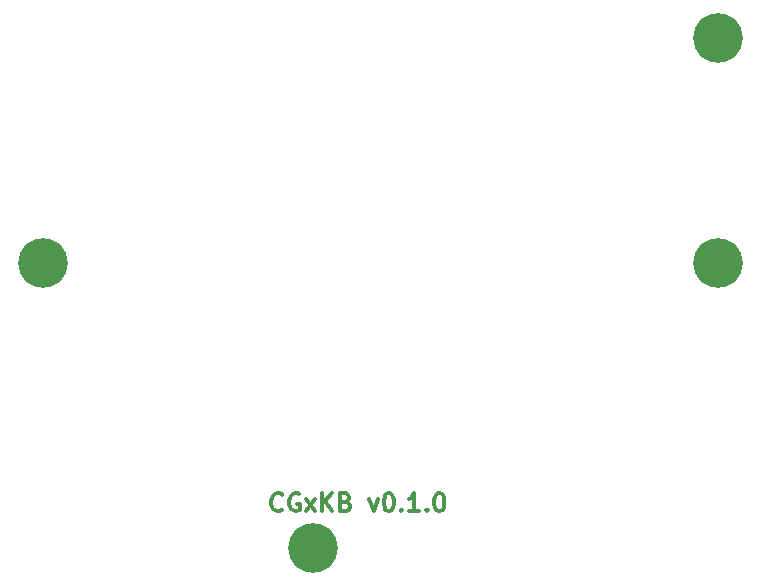
<source format=gbr>
%TF.GenerationSoftware,KiCad,Pcbnew,(6.0.10)*%
%TF.CreationDate,2023-03-05T22:19:41-08:00*%
%TF.ProjectId,tsbym-top_plate,74736279-6d2d-4746-9f70-5f706c617465,rev?*%
%TF.SameCoordinates,Original*%
%TF.FileFunction,Soldermask,Top*%
%TF.FilePolarity,Negative*%
%FSLAX46Y46*%
G04 Gerber Fmt 4.6, Leading zero omitted, Abs format (unit mm)*
G04 Created by KiCad (PCBNEW (6.0.10)) date 2023-03-05 22:19:41*
%MOMM*%
%LPD*%
G01*
G04 APERTURE LIST*
%ADD10C,0.300000*%
%ADD11C,4.200000*%
G04 APERTURE END LIST*
D10*
X152992142Y-119280714D02*
X152920714Y-119352142D01*
X152706428Y-119423571D01*
X152563571Y-119423571D01*
X152349285Y-119352142D01*
X152206428Y-119209285D01*
X152135000Y-119066428D01*
X152063571Y-118780714D01*
X152063571Y-118566428D01*
X152135000Y-118280714D01*
X152206428Y-118137857D01*
X152349285Y-117995000D01*
X152563571Y-117923571D01*
X152706428Y-117923571D01*
X152920714Y-117995000D01*
X152992142Y-118066428D01*
X154420714Y-117995000D02*
X154277857Y-117923571D01*
X154063571Y-117923571D01*
X153849285Y-117995000D01*
X153706428Y-118137857D01*
X153635000Y-118280714D01*
X153563571Y-118566428D01*
X153563571Y-118780714D01*
X153635000Y-119066428D01*
X153706428Y-119209285D01*
X153849285Y-119352142D01*
X154063571Y-119423571D01*
X154206428Y-119423571D01*
X154420714Y-119352142D01*
X154492142Y-119280714D01*
X154492142Y-118780714D01*
X154206428Y-118780714D01*
X154992142Y-119423571D02*
X155777857Y-118423571D01*
X154992142Y-118423571D02*
X155777857Y-119423571D01*
X156349285Y-119423571D02*
X156349285Y-117923571D01*
X157206428Y-119423571D02*
X156563571Y-118566428D01*
X157206428Y-117923571D02*
X156349285Y-118780714D01*
X158349285Y-118637857D02*
X158563571Y-118709285D01*
X158635000Y-118780714D01*
X158706428Y-118923571D01*
X158706428Y-119137857D01*
X158635000Y-119280714D01*
X158563571Y-119352142D01*
X158420714Y-119423571D01*
X157849285Y-119423571D01*
X157849285Y-117923571D01*
X158349285Y-117923571D01*
X158492142Y-117995000D01*
X158563571Y-118066428D01*
X158635000Y-118209285D01*
X158635000Y-118352142D01*
X158563571Y-118495000D01*
X158492142Y-118566428D01*
X158349285Y-118637857D01*
X157849285Y-118637857D01*
X160349285Y-118423571D02*
X160706428Y-119423571D01*
X161063571Y-118423571D01*
X161920714Y-117923571D02*
X162063571Y-117923571D01*
X162206428Y-117995000D01*
X162277857Y-118066428D01*
X162349285Y-118209285D01*
X162420714Y-118495000D01*
X162420714Y-118852142D01*
X162349285Y-119137857D01*
X162277857Y-119280714D01*
X162206428Y-119352142D01*
X162063571Y-119423571D01*
X161920714Y-119423571D01*
X161777857Y-119352142D01*
X161706428Y-119280714D01*
X161635000Y-119137857D01*
X161563571Y-118852142D01*
X161563571Y-118495000D01*
X161635000Y-118209285D01*
X161706428Y-118066428D01*
X161777857Y-117995000D01*
X161920714Y-117923571D01*
X163063571Y-119280714D02*
X163135000Y-119352142D01*
X163063571Y-119423571D01*
X162992142Y-119352142D01*
X163063571Y-119280714D01*
X163063571Y-119423571D01*
X164563571Y-119423571D02*
X163706428Y-119423571D01*
X164135000Y-119423571D02*
X164135000Y-117923571D01*
X163992142Y-118137857D01*
X163849285Y-118280714D01*
X163706428Y-118352142D01*
X165206428Y-119280714D02*
X165277857Y-119352142D01*
X165206428Y-119423571D01*
X165135000Y-119352142D01*
X165206428Y-119280714D01*
X165206428Y-119423571D01*
X166206428Y-117923571D02*
X166349285Y-117923571D01*
X166492142Y-117995000D01*
X166563571Y-118066428D01*
X166635000Y-118209285D01*
X166706428Y-118495000D01*
X166706428Y-118852142D01*
X166635000Y-119137857D01*
X166563571Y-119280714D01*
X166492142Y-119352142D01*
X166349285Y-119423571D01*
X166206428Y-119423571D01*
X166063571Y-119352142D01*
X165992142Y-119280714D01*
X165920714Y-119137857D01*
X165849285Y-118852142D01*
X165849285Y-118495000D01*
X165920714Y-118209285D01*
X165992142Y-118066428D01*
X166063571Y-117995000D01*
X166206428Y-117923571D01*
D11*
%TO.C,Ref\u002A\u002A*%
X189865000Y-79375000D03*
%TD*%
%TO.C,Ref\u002A\u002A*%
X155575000Y-122555000D03*
%TD*%
%TO.C,Ref\u002A\u002A*%
X132715000Y-98425000D03*
%TD*%
%TO.C,Ref\u002A\u002A*%
X189865000Y-98425000D03*
%TD*%
M02*

</source>
